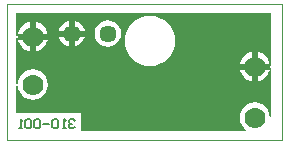
<source format=gbl>
%FSAX24Y24*%
%MOIN*%
G70*
G01*
G75*
G04 Layer_Physical_Order=2*
G04 Layer_Color=16711680*
%ADD10R,0.0354X0.0315*%
%ADD11R,0.0394X0.0500*%
%ADD12R,0.0400X0.0669*%
%ADD13R,0.0500X0.0394*%
%ADD14C,0.0200*%
%ADD15C,0.0030*%
%ADD16C,0.0570*%
%ADD17C,0.0700*%
%ADD18C,0.0050*%
G36*
X049554Y053954D02*
X049550Y053950D01*
Y052235D01*
X049500Y052232D01*
X049504Y052200D01*
X049500Y052168D01*
X049550Y052165D01*
Y050535D01*
X049500Y050532D01*
X049487Y050631D01*
X049437Y050752D01*
X049357Y050857D01*
X049252Y050937D01*
X049131Y050987D01*
X049000Y051004D01*
X048869Y050987D01*
X048748Y050937D01*
X048643Y050857D01*
X048563Y050752D01*
X048513Y050631D01*
X048496Y050500D01*
X048513Y050369D01*
X048563Y050248D01*
X048643Y050143D01*
X048703Y050097D01*
X048687Y050050D01*
X043200D01*
Y050650D01*
X041050D01*
Y051565D01*
X041100Y051568D01*
X041113Y051469D01*
X041163Y051348D01*
X041243Y051243D01*
X041348Y051163D01*
X041469Y051113D01*
X041600Y051096D01*
X041731Y051113D01*
X041852Y051163D01*
X041957Y051243D01*
X042037Y051348D01*
X042087Y051469D01*
X042104Y051600D01*
X042087Y051731D01*
X042037Y051852D01*
X041957Y051957D01*
X041852Y052037D01*
X041731Y052087D01*
X041600Y052104D01*
X041469Y052087D01*
X041348Y052037D01*
X041243Y051957D01*
X041163Y051852D01*
X041113Y051731D01*
X041100Y051632D01*
X041050Y051635D01*
Y053165D01*
X041100Y053168D01*
X041096Y053200D01*
X041100Y053232D01*
X041050Y053235D01*
Y054000D01*
X049535D01*
X049554Y053954D01*
D02*
G37*
%LPC*%
G36*
X048900Y052691D02*
X048869Y052687D01*
X048748Y052637D01*
X048643Y052557D01*
X048563Y052452D01*
X048513Y052331D01*
X048509Y052300D01*
X048900D01*
Y052691D01*
D02*
G37*
G36*
X049100D02*
Y052300D01*
X049491D01*
X049487Y052331D01*
X049437Y052452D01*
X049357Y052557D01*
X049252Y052637D01*
X049131Y052687D01*
X049100Y052691D01*
D02*
G37*
G36*
X041500Y053100D02*
X041109D01*
X041113Y053069D01*
X041163Y052948D01*
X041243Y052843D01*
X041348Y052763D01*
X041469Y052713D01*
X041500Y052709D01*
Y053100D01*
D02*
G37*
G36*
X048900Y052100D02*
X048509D01*
X048513Y052069D01*
X048563Y051948D01*
X048643Y051843D01*
X048748Y051763D01*
X048869Y051713D01*
X048900Y051709D01*
Y052100D01*
D02*
G37*
G36*
X049491D02*
X049100D01*
Y051709D01*
X049131Y051713D01*
X049252Y051763D01*
X049357Y051843D01*
X049437Y051948D01*
X049487Y052069D01*
X049491Y052100D01*
D02*
G37*
G36*
X045500Y053889D02*
X045336Y053873D01*
X045179Y053825D01*
X045034Y053748D01*
X044907Y053643D01*
X044802Y053516D01*
X044725Y053371D01*
X044677Y053214D01*
X044661Y053050D01*
X044677Y052886D01*
X044725Y052729D01*
X044802Y052584D01*
X044907Y052457D01*
X045034Y052352D01*
X045179Y052275D01*
X045336Y052227D01*
X045500Y052211D01*
X045664Y052227D01*
X045821Y052275D01*
X045966Y052352D01*
X046093Y052457D01*
X046198Y052584D01*
X046275Y052729D01*
X046323Y052886D01*
X046339Y053050D01*
X046323Y053214D01*
X046275Y053371D01*
X046198Y053516D01*
X046093Y053643D01*
X045966Y053748D01*
X045821Y053825D01*
X045664Y053873D01*
X045500Y053889D01*
D02*
G37*
G36*
X042091Y053100D02*
X041700D01*
Y052709D01*
X041731Y052713D01*
X041852Y052763D01*
X041957Y052843D01*
X042037Y052948D01*
X042087Y053069D01*
X042091Y053100D01*
D02*
G37*
G36*
X041700Y053691D02*
Y053300D01*
X042091D01*
X042087Y053331D01*
X042037Y053452D01*
X041957Y053557D01*
X041852Y053637D01*
X041731Y053687D01*
X041700Y053691D01*
D02*
G37*
G36*
X042800Y053726D02*
X042786Y053724D01*
X042681Y053680D01*
X042590Y053610D01*
X042520Y053519D01*
X042476Y053414D01*
X042474Y053400D01*
X042800D01*
Y053726D01*
D02*
G37*
G36*
X043000D02*
Y053400D01*
X043326D01*
X043324Y053414D01*
X043280Y053519D01*
X043210Y053610D01*
X043119Y053680D01*
X043014Y053724D01*
X043000Y053726D01*
D02*
G37*
G36*
X041500Y053691D02*
X041469Y053687D01*
X041348Y053637D01*
X041243Y053557D01*
X041163Y053452D01*
X041113Y053331D01*
X041109Y053300D01*
X041500D01*
Y053691D01*
D02*
G37*
G36*
X044100Y053739D02*
X043986Y053724D01*
X043881Y053680D01*
X043790Y053610D01*
X043720Y053519D01*
X043676Y053414D01*
X043661Y053300D01*
X043676Y053186D01*
X043720Y053081D01*
X043790Y052990D01*
X043881Y052920D01*
X043986Y052876D01*
X044100Y052861D01*
X044214Y052876D01*
X044319Y052920D01*
X044410Y052990D01*
X044480Y053081D01*
X044524Y053186D01*
X044539Y053300D01*
X044524Y053414D01*
X044480Y053519D01*
X044410Y053610D01*
X044319Y053680D01*
X044214Y053724D01*
X044100Y053739D01*
D02*
G37*
G36*
X042800Y053200D02*
X042474D01*
X042476Y053186D01*
X042520Y053081D01*
X042590Y052990D01*
X042681Y052920D01*
X042786Y052876D01*
X042800Y052874D01*
Y053200D01*
D02*
G37*
G36*
X043326D02*
X043000D01*
Y052874D01*
X043014Y052876D01*
X043119Y052920D01*
X043210Y052990D01*
X043280Y053081D01*
X043324Y053186D01*
X043326Y053200D01*
D02*
G37*
%LPD*%
D15*
X040750Y054300D02*
X049900D01*
X040750Y049750D02*
Y054300D01*
Y049750D02*
X049900D01*
Y054300D01*
D16*
X044100Y053300D02*
D03*
X042900D02*
D03*
D17*
X041600Y053200D02*
D03*
Y051600D02*
D03*
X049000Y052200D02*
D03*
Y050500D02*
D03*
D18*
X043000Y050400D02*
X042950Y050450D01*
X042850D01*
X042800Y050400D01*
Y050350D01*
X042850Y050300D01*
X042900D01*
X042850D01*
X042800Y050250D01*
Y050200D01*
X042850Y050150D01*
X042950D01*
X043000Y050200D01*
X042700Y050150D02*
X042600D01*
X042650D01*
Y050450D01*
X042700Y050400D01*
X042450D02*
X042400Y050450D01*
X042300D01*
X042250Y050400D01*
Y050200D01*
X042300Y050150D01*
X042400D01*
X042450Y050200D01*
Y050400D01*
X042150Y050300D02*
X041950D01*
X041850Y050400D02*
X041800Y050450D01*
X041700D01*
X041650Y050400D01*
Y050200D01*
X041700Y050150D01*
X041800D01*
X041850Y050200D01*
Y050400D01*
X041550D02*
X041500Y050450D01*
X041401D01*
X041351Y050400D01*
Y050200D01*
X041401Y050150D01*
X041500D01*
X041550Y050200D01*
Y050400D01*
X041251Y050150D02*
X041151D01*
X041201D01*
Y050450D01*
X041251Y050400D01*
M02*

</source>
